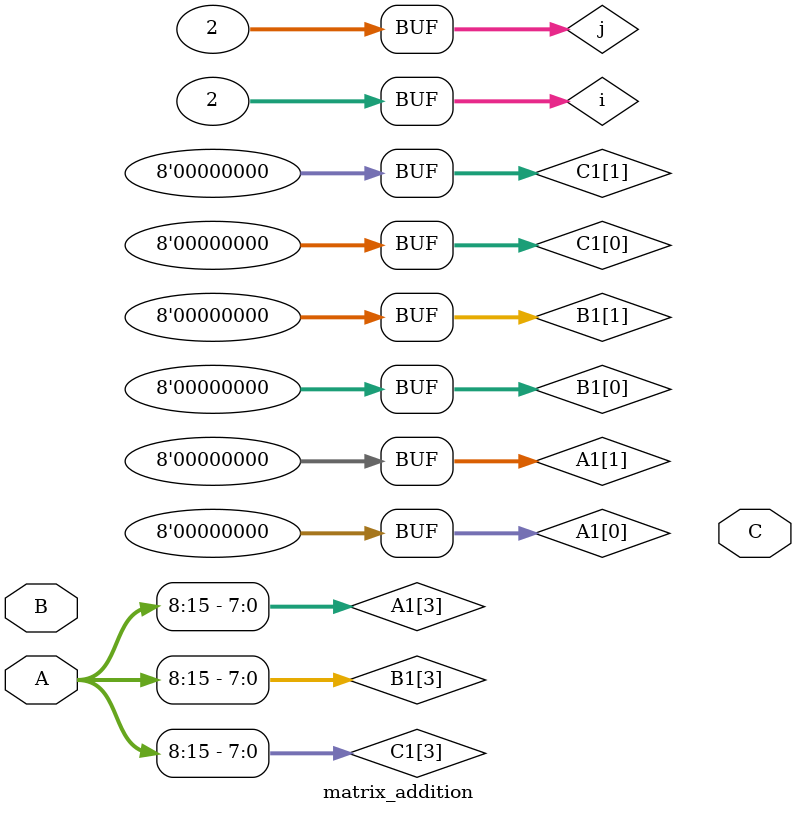
<source format=v>
`timescale 1ns / 1ps


module matrix_addition(A, B, C);
input[0:15] A, B;
output[0:15] C;

reg [7:0] A1 [0:1][0:1];
reg [7:0] B1 [0:1][0:1];
reg [7:0] C1 [0:1][0:1];

integer i, j;

always @(A or B)
begin
  {A1[0][0], A1[0][1], A1[0][1], A1[1][1]} = A;
  {B1[0][0], B1[0][1], B1[0][1], B1[1][1]} = A;
  
  for(i = 0; i<2; i = i+1)
  begin
    for(j=0; j<2; j=j+1)
    begin
    C1[i][j] = A1[i][j] + B1[i][j];
    end
  end
    
  {C1[0][0], C1[0][1], C1[0][1], C1[1][1]} = A;
end

endmodule

</source>
